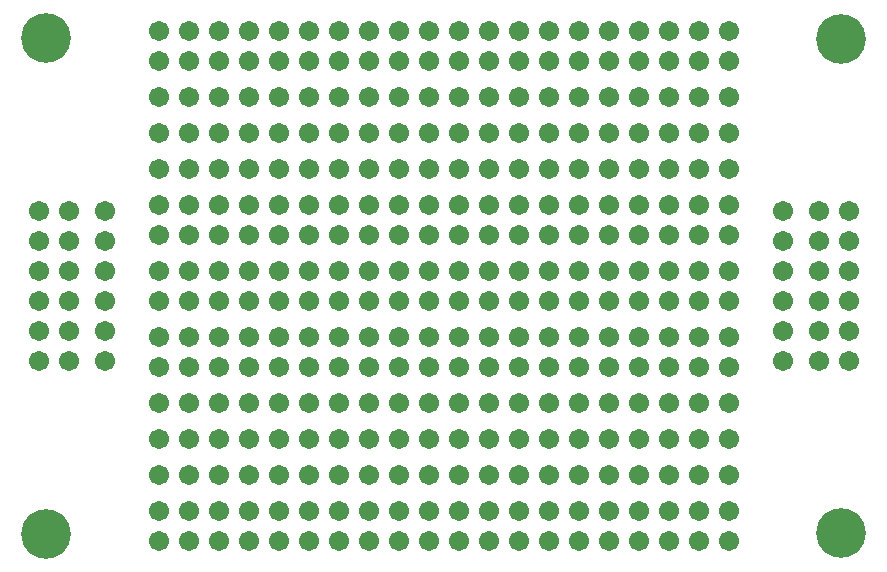
<source format=gts>
G04*
G04 #@! TF.GenerationSoftware,Altium Limited,Altium Designer,20.0.13 (296)*
G04*
G04 Layer_Color=8388736*
%FSLAX43Y43*%
%MOMM*%
G71*
G01*
G75*
%ADD10C,1.703*%
%ADD11C,4.203*%
D10*
X33528Y43180D02*
D03*
Y45720D02*
D03*
Y48260D02*
D03*
Y50800D02*
D03*
Y53340D02*
D03*
Y55880D02*
D03*
X90932Y43180D02*
D03*
Y45720D02*
D03*
Y48260D02*
D03*
Y50800D02*
D03*
Y53340D02*
D03*
Y55880D02*
D03*
X38100Y27940D02*
D03*
Y30480D02*
D03*
X40640Y27940D02*
D03*
Y30480D02*
D03*
X43180Y27940D02*
D03*
Y30480D02*
D03*
X45720Y27940D02*
D03*
Y30480D02*
D03*
X48260Y27940D02*
D03*
Y30480D02*
D03*
X50800Y27940D02*
D03*
Y30480D02*
D03*
X53340Y27940D02*
D03*
Y30480D02*
D03*
X55880Y27940D02*
D03*
Y30480D02*
D03*
X58420Y27940D02*
D03*
Y30480D02*
D03*
X60960Y27940D02*
D03*
Y30480D02*
D03*
X63500Y27940D02*
D03*
Y30480D02*
D03*
X66040Y27940D02*
D03*
Y30480D02*
D03*
X68580Y27940D02*
D03*
Y30480D02*
D03*
X71120Y27940D02*
D03*
Y30480D02*
D03*
X73660Y27940D02*
D03*
Y30480D02*
D03*
X76200Y27940D02*
D03*
Y30480D02*
D03*
X78740Y27940D02*
D03*
Y30480D02*
D03*
X81280Y27940D02*
D03*
Y30480D02*
D03*
X83820Y27940D02*
D03*
Y30480D02*
D03*
X86360Y27940D02*
D03*
Y30480D02*
D03*
X38100Y42672D02*
D03*
Y45212D02*
D03*
X40640Y42672D02*
D03*
Y45212D02*
D03*
X43180Y42672D02*
D03*
Y45212D02*
D03*
X45720Y42672D02*
D03*
Y45212D02*
D03*
X48260Y42672D02*
D03*
Y45212D02*
D03*
X50800Y42672D02*
D03*
Y45212D02*
D03*
X53340Y42672D02*
D03*
Y45212D02*
D03*
X55880Y42672D02*
D03*
Y45212D02*
D03*
X58420Y42672D02*
D03*
Y45212D02*
D03*
X60960Y42672D02*
D03*
Y45212D02*
D03*
X63500Y42672D02*
D03*
Y45212D02*
D03*
X66040Y42672D02*
D03*
Y45212D02*
D03*
X68580Y42672D02*
D03*
Y45212D02*
D03*
X71120Y42672D02*
D03*
Y45212D02*
D03*
X73660Y42672D02*
D03*
Y45212D02*
D03*
X76200Y42672D02*
D03*
Y45212D02*
D03*
X78740Y42672D02*
D03*
Y45212D02*
D03*
X81280Y42672D02*
D03*
Y45212D02*
D03*
X83820Y42672D02*
D03*
Y45212D02*
D03*
X86360Y42672D02*
D03*
Y45212D02*
D03*
X38100Y48260D02*
D03*
Y50800D02*
D03*
X40640Y48260D02*
D03*
Y50800D02*
D03*
X43180Y48260D02*
D03*
Y50800D02*
D03*
X45720Y48260D02*
D03*
Y50800D02*
D03*
X48260Y48260D02*
D03*
Y50800D02*
D03*
X50800Y48260D02*
D03*
Y50800D02*
D03*
X53340Y48260D02*
D03*
Y50800D02*
D03*
X55880Y48260D02*
D03*
Y50800D02*
D03*
X58420Y48260D02*
D03*
Y50800D02*
D03*
X60960Y48260D02*
D03*
Y50800D02*
D03*
X63500Y48260D02*
D03*
Y50800D02*
D03*
X66040Y48260D02*
D03*
Y50800D02*
D03*
X68580Y48260D02*
D03*
Y50800D02*
D03*
X71120Y48260D02*
D03*
Y50800D02*
D03*
X73660Y48260D02*
D03*
Y50800D02*
D03*
X76200Y48260D02*
D03*
Y50800D02*
D03*
X78740Y48260D02*
D03*
Y50800D02*
D03*
X81280Y48260D02*
D03*
Y50800D02*
D03*
X83820Y48260D02*
D03*
Y50800D02*
D03*
X86360Y48260D02*
D03*
Y50800D02*
D03*
Y65532D02*
D03*
X83820D02*
D03*
X81280D02*
D03*
X78740D02*
D03*
X76200D02*
D03*
X73660D02*
D03*
X71120D02*
D03*
X68580D02*
D03*
X66040D02*
D03*
X63500D02*
D03*
X60960D02*
D03*
X58420D02*
D03*
X55880D02*
D03*
X53340D02*
D03*
X50800D02*
D03*
X48260D02*
D03*
X45720D02*
D03*
X43180D02*
D03*
X40640D02*
D03*
X38100D02*
D03*
X86360Y39624D02*
D03*
X83820D02*
D03*
X81280D02*
D03*
X78740D02*
D03*
X76200D02*
D03*
X73660D02*
D03*
X71120D02*
D03*
X68580D02*
D03*
X66040D02*
D03*
X63500D02*
D03*
X60960D02*
D03*
X58420D02*
D03*
X55880D02*
D03*
X53340D02*
D03*
X50800D02*
D03*
X48260D02*
D03*
X45720D02*
D03*
X43180D02*
D03*
X40640D02*
D03*
X38100D02*
D03*
X86360Y62484D02*
D03*
X83820D02*
D03*
X81280D02*
D03*
X78740D02*
D03*
X76200D02*
D03*
X73660D02*
D03*
X71120D02*
D03*
X68580D02*
D03*
X66040D02*
D03*
X63500D02*
D03*
X60960D02*
D03*
X58420D02*
D03*
X55880D02*
D03*
X53340D02*
D03*
X50800D02*
D03*
X48260D02*
D03*
X45720D02*
D03*
X43180D02*
D03*
X40640D02*
D03*
X38100D02*
D03*
X86360Y33528D02*
D03*
X83820D02*
D03*
X81280D02*
D03*
X78740D02*
D03*
X76200D02*
D03*
X73660D02*
D03*
X71120D02*
D03*
X68580D02*
D03*
X66040D02*
D03*
X63500D02*
D03*
X60960D02*
D03*
X58420D02*
D03*
X55880D02*
D03*
X53340D02*
D03*
X50800D02*
D03*
X48260D02*
D03*
X45720D02*
D03*
X43180D02*
D03*
X40640D02*
D03*
X38100D02*
D03*
X86360Y59436D02*
D03*
X83820D02*
D03*
X81280D02*
D03*
X78740D02*
D03*
X76200D02*
D03*
X73660D02*
D03*
X71120D02*
D03*
X68580D02*
D03*
X66040D02*
D03*
X63500D02*
D03*
X60960D02*
D03*
X58420D02*
D03*
X55880D02*
D03*
X53340D02*
D03*
X50800D02*
D03*
X48260D02*
D03*
X45720D02*
D03*
X43180D02*
D03*
X40640D02*
D03*
X38100D02*
D03*
X86360Y36576D02*
D03*
X83820D02*
D03*
X81280D02*
D03*
X78740D02*
D03*
X76200D02*
D03*
X73660D02*
D03*
X71120D02*
D03*
X68580D02*
D03*
X66040D02*
D03*
X63500D02*
D03*
X60960D02*
D03*
X58420D02*
D03*
X55880D02*
D03*
X53340D02*
D03*
X50800D02*
D03*
X48260D02*
D03*
X45720D02*
D03*
X43180D02*
D03*
X40640D02*
D03*
X38100D02*
D03*
Y53848D02*
D03*
Y56388D02*
D03*
X40640Y53848D02*
D03*
Y56388D02*
D03*
X43180Y53848D02*
D03*
Y56388D02*
D03*
X45720Y53848D02*
D03*
Y56388D02*
D03*
X48260Y53848D02*
D03*
Y56388D02*
D03*
X50800Y53848D02*
D03*
Y56388D02*
D03*
X53340Y53848D02*
D03*
Y56388D02*
D03*
X55880Y53848D02*
D03*
Y56388D02*
D03*
X58420Y53848D02*
D03*
Y56388D02*
D03*
X60960Y53848D02*
D03*
Y56388D02*
D03*
X63500Y53848D02*
D03*
Y56388D02*
D03*
X66040Y53848D02*
D03*
Y56388D02*
D03*
X68580Y53848D02*
D03*
Y56388D02*
D03*
X71120Y53848D02*
D03*
Y56388D02*
D03*
X73660Y53848D02*
D03*
Y56388D02*
D03*
X76200Y53848D02*
D03*
Y56388D02*
D03*
X78740Y53848D02*
D03*
Y56388D02*
D03*
X81280Y53848D02*
D03*
Y56388D02*
D03*
X83820Y53848D02*
D03*
Y56388D02*
D03*
X86360Y53848D02*
D03*
Y56388D02*
D03*
X38100Y68580D02*
D03*
Y71120D02*
D03*
X40640Y68580D02*
D03*
Y71120D02*
D03*
X43180Y68580D02*
D03*
Y71120D02*
D03*
X45720Y68580D02*
D03*
Y71120D02*
D03*
X48260Y68580D02*
D03*
Y71120D02*
D03*
X50800Y68580D02*
D03*
Y71120D02*
D03*
X53340Y68580D02*
D03*
Y71120D02*
D03*
X55880Y68580D02*
D03*
Y71120D02*
D03*
X58420Y68580D02*
D03*
Y71120D02*
D03*
X60960Y68580D02*
D03*
Y71120D02*
D03*
X63500Y68580D02*
D03*
Y71120D02*
D03*
X66040Y68580D02*
D03*
Y71120D02*
D03*
X68580Y68580D02*
D03*
Y71120D02*
D03*
X71120Y68580D02*
D03*
Y71120D02*
D03*
X73660Y68580D02*
D03*
Y71120D02*
D03*
X76200Y68580D02*
D03*
Y71120D02*
D03*
X78740Y68580D02*
D03*
Y71120D02*
D03*
X81280Y68580D02*
D03*
Y71120D02*
D03*
X83820Y68580D02*
D03*
Y71120D02*
D03*
X86360Y68580D02*
D03*
Y71120D02*
D03*
X27940Y55880D02*
D03*
X30480D02*
D03*
X27940Y53340D02*
D03*
X30480D02*
D03*
X27940Y50800D02*
D03*
X30480D02*
D03*
X27940Y48260D02*
D03*
X30480D02*
D03*
X27940Y45720D02*
D03*
X30480D02*
D03*
X27940Y43180D02*
D03*
X30480D02*
D03*
X93980Y55880D02*
D03*
X96520D02*
D03*
X93980Y53340D02*
D03*
X96520D02*
D03*
X93980Y50800D02*
D03*
X96520D02*
D03*
X93980Y48260D02*
D03*
X96520D02*
D03*
X93980Y45720D02*
D03*
X96520D02*
D03*
X93980Y43180D02*
D03*
X96520D02*
D03*
D11*
X28560Y28574D02*
D03*
X28574Y70500D02*
D03*
X95884Y28590D02*
D03*
X95885Y70485D02*
D03*
M02*

</source>
